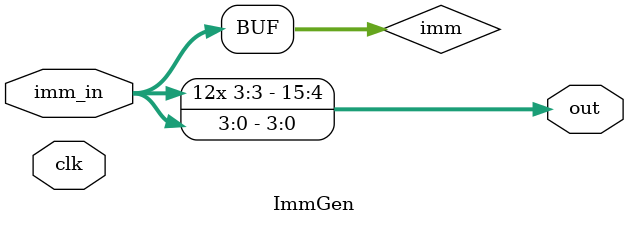
<source format=v>
`timescale 1ns / 1ps
module ImmGen(
    input clk,
    input [3:0] imm_in,
    output reg [15:0] out 
    );
    wire [3:0] imm;
    assign imm = imm_in;
//sign extension of input assigned to output
always @ (*)
    begin
        out [15:0] <= {{12{imm[3]}}, imm[3:0]};        
    end 
endmodule
</source>
